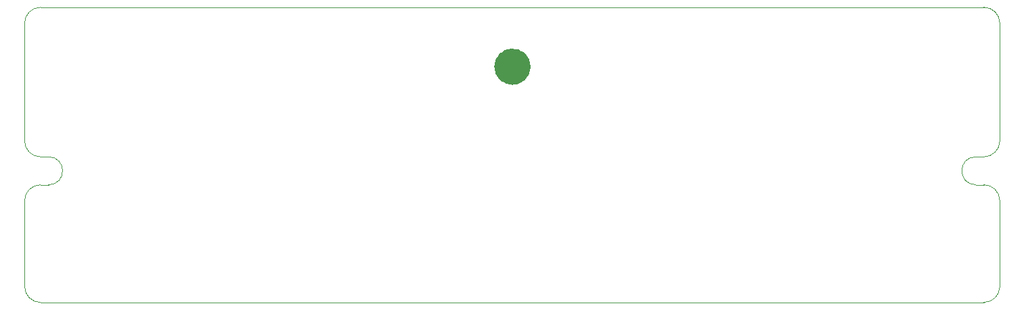
<source format=gbr>
%TF.GenerationSoftware,KiCad,Pcbnew,(6.0.0)*%
%TF.CreationDate,2022-01-12T18:20:28+01:00*%
%TF.ProjectId,Frame_PCB,4672616d-655f-4504-9342-2e6b69636164,rev?*%
%TF.SameCoordinates,Original*%
%TF.FileFunction,Profile,NP*%
%FSLAX46Y46*%
G04 Gerber Fmt 4.6, Leading zero omitted, Abs format (unit mm)*
G04 Created by KiCad (PCBNEW (6.0.0)) date 2022-01-12 18:20:28*
%MOMM*%
%LPD*%
G01*
G04 APERTURE LIST*
%TA.AperFunction,Profile*%
%ADD10C,0.050000*%
%TD*%
%TA.AperFunction,Profile*%
%ADD11C,2.265389*%
%TD*%
G04 APERTURE END LIST*
D10*
X102500000Y-81500000D02*
X97500000Y-81500000D01*
D11*
X101157894Y-88950800D02*
G75*
G03*
X101157894Y-88950800I-1132694J0D01*
G01*
D10*
X97500000Y-81500000D02*
X41000000Y-81500000D01*
X102500000Y-81500000D02*
X159000000Y-81500000D01*
X161000000Y-105750000D02*
G75*
G03*
X159000000Y-103750000I-1999999J1D01*
G01*
X42000000Y-103750000D02*
G75*
G03*
X42000000Y-100250000I0J1750000D01*
G01*
X158000000Y-100250000D02*
G75*
G03*
X158000000Y-103750000I0J-1750000D01*
G01*
X42000000Y-100250000D02*
X41000000Y-100250000D01*
X41000000Y-103750000D02*
X42000000Y-103750000D01*
X39000000Y-116500000D02*
G75*
G03*
X41000000Y-118500000I1999999J-1D01*
G01*
X161000000Y-98250000D02*
X161000000Y-83500000D01*
X38999999Y-98250000D02*
G75*
G03*
X41000000Y-100250001I2000002J1D01*
G01*
X39000000Y-83500000D02*
X39000000Y-98250000D01*
X41000000Y-103750000D02*
G75*
G03*
X39000000Y-105750000I-1J-1999999D01*
G01*
X41000000Y-81500000D02*
G75*
G03*
X39000000Y-83500000I-1J-1999999D01*
G01*
X158000000Y-103750000D02*
X159000000Y-103750000D01*
X159000000Y-100250000D02*
G75*
G03*
X161000000Y-98250000I1J1999999D01*
G01*
X161000000Y-116500000D02*
X161000000Y-105750000D01*
X39000000Y-105750000D02*
X39000000Y-116500000D01*
X159000000Y-100250000D02*
X158000000Y-100250000D01*
X161000000Y-83500000D02*
G75*
G03*
X159000000Y-81500000I-1999999J1D01*
G01*
X159000000Y-118500000D02*
G75*
G03*
X161000000Y-116500000I1J1999999D01*
G01*
X156000000Y-118500000D02*
X159000000Y-118500000D01*
X41000000Y-118500000D02*
X156000000Y-118500000D01*
M02*

</source>
